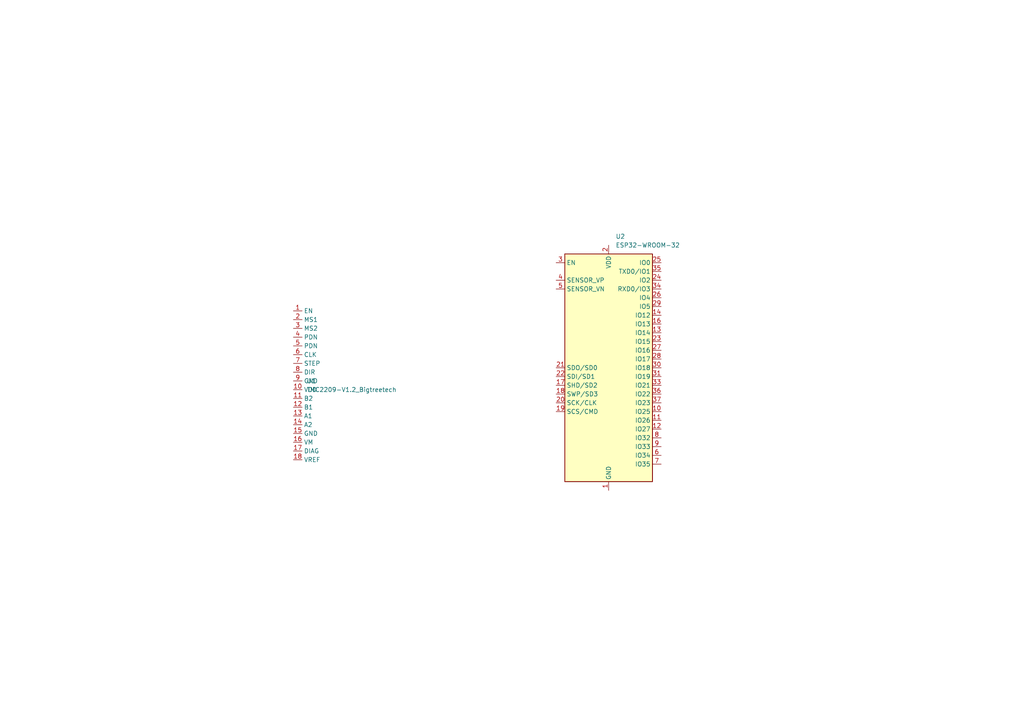
<source format=kicad_sch>
(kicad_sch (version 20211123) (generator eeschema)
  (paper "A4")
  (lib_symbols
    (symbol "RF_Module:ESP32-WROOM-32"
      (property "Reference" "U" (at -12.7 34.29 0))
      (property "Value" "ESP32-WROOM-32" (at 1.27 34.29 0))
      (symbol "ESP32-WROOM-32_0_1"
        (rectangle (start -12.7 33.02) (end 12.7 -33.02) (stroke (width 0.254)) (fill (type background)))
      )
      (symbol "ESP32-WROOM-32_1_1"
        (pin power_in line (at 0 -35.56 90) (length 2.54) (name "GND") (number "1"))
        (pin bidirectional line (at 15.24 -12.7 180) (length 2.54) (name "IO25") (number "10"))
        (pin bidirectional line (at 15.24 -15.24 180) (length 2.54) (name "IO26") (number "11"))
        (pin bidirectional line (at 15.24 -17.78 180) (length 2.54) (name "IO27") (number "12"))
        (pin bidirectional line (at 15.24 10.16 180) (length 2.54) (name "IO14") (number "13"))
        (pin bidirectional line (at 15.24 15.24 180) (length 2.54) (name "IO12") (number "14"))
        (pin passive line (at 0 -35.56 90) (length 2.54) hide (name "GND") (number "15"))
        (pin bidirectional line (at 15.24 12.7 180) (length 2.54) (name "IO13") (number "16"))
        (pin bidirectional line (at -15.24 -5.08 0) (length 2.54) (name "SHD/SD2") (number "17"))
        (pin bidirectional line (at -15.24 -7.62 0) (length 2.54) (name "SWP/SD3") (number "18"))
        (pin bidirectional line (at -15.24 -12.7 0) (length 2.54) (name "SCS/CMD") (number "19"))
        (pin power_in line (at 0 35.56 270) (length 2.54) (name "VDD") (number "2"))
        (pin bidirectional line (at -15.24 -10.16 0) (length 2.54) (name "SCK/CLK") (number "20"))
        (pin bidirectional line (at -15.24 0 0) (length 2.54) (name "SDO/SD0") (number "21"))
        (pin bidirectional line (at -15.24 -2.54 0) (length 2.54) (name "SDI/SD1") (number "22"))
        (pin bidirectional line (at 15.24 7.62 180) (length 2.54) (name "IO15") (number "23"))
        (pin bidirectional line (at 15.24 25.4 180) (length 2.54) (name "IO2") (number "24"))
        (pin bidirectional line (at 15.24 30.48 180) (length 2.54) (name "IO0") (number "25"))
        (pin bidirectional line (at 15.24 20.32 180) (length 2.54) (name "IO4") (number "26"))
        (pin bidirectional line (at 15.24 5.08 180) (length 2.54) (name "IO16") (number "27"))
        (pin bidirectional line (at 15.24 2.54 180) (length 2.54) (name "IO17") (number "28"))
        (pin bidirectional line (at 15.24 17.78 180) (length 2.54) (name "IO5") (number "29"))
        (pin input line (at -15.24 30.48 0) (length 2.54) (name "EN") (number "3"))
        (pin bidirectional line (at 15.24 0 180) (length 2.54) (name "IO18") (number "30"))
        (pin bidirectional line (at 15.24 -2.54 180) (length 2.54) (name "IO19") (number "31"))
        (pin no_connect line (at -12.7 -27.94 0) (length 2.54) hide (name "NC") (number "32"))
        (pin bidirectional line (at 15.24 -5.08 180) (length 2.54) (name "IO21") (number "33"))
        (pin bidirectional line (at 15.24 22.86 180) (length 2.54) (name "RXD0/IO3") (number "34"))
        (pin bidirectional line (at 15.24 27.94 180) (length 2.54) (name "TXD0/IO1") (number "35"))
        (pin bidirectional line (at 15.24 -7.62 180) (length 2.54) (name "IO22") (number "36"))
        (pin bidirectional line (at 15.24 -10.16 180) (length 2.54) (name "IO23") (number "37"))
        (pin passive line (at 0 -35.56 90) (length 2.54) hide (name "GND") (number "38"))
        (pin passive line (at 0 -35.56 90) (length 2.54) hide (name "GND") (number "39"))
        (pin input line (at -15.24 25.4 0) (length 2.54) (name "SENSOR_VP") (number "4"))
        (pin input line (at -15.24 22.86 0) (length 2.54) (name "SENSOR_VN") (number "5"))
        (pin input line (at 15.24 -25.4 180) (length 2.54) (name "IO34") (number "6"))
        (pin input line (at 15.24 -27.94 180) (length 2.54) (name "IO35") (number "7"))
        (pin bidirectional line (at 15.24 -20.32 180) (length 2.54) (name "IO32") (number "8"))
        (pin bidirectional line (at 15.24 -22.86 180) (length 2.54) (name "IO33") (number "9"))
      )
    )
    (symbol "Symbols:TMC2209-V1.2_Bigtreetech"
      (property "Reference" "U" (at 0 10.16 0))
      (property "Value" "TMC2209-V1.2_Bigtreetech" (at 1.27 12.7 0))
      (symbol "TMC2209-V1.2_Bigtreetech_0_0"
        (pin input line (at -36.83 2.54 0) (length 2.54) (name "EN") (number "1"))
        (pin power_in line (at -36.83 -20.32 0) (length 2.54) (name "VDD") (number "10"))
        (pin power_out line (at -36.83 -22.86 0) (length 2.54) (name "B2") (number "11"))
        (pin power_out line (at -36.83 -25.4 0) (length 2.54) (name "B1") (number "12"))
        (pin power_out line (at -36.83 -27.94 0) (length 2.54) (name "A1") (number "13"))
        (pin power_out line (at -36.83 -30.48 0) (length 2.54) (name "A2") (number "14"))
        (pin power_in line (at -36.83 -33.02 0) (length 2.54) (name "GND") (number "15"))
        (pin power_in line (at -36.83 -35.56 0) (length 2.54) (name "VM") (number "16"))
        (pin output line (at -36.83 -38.1 0) (length 2.54) (name "DIAG") (number "17"))
        (pin output line (at -36.83 -40.64 0) (length 2.54) (name "VREF") (number "18"))
        (pin input line (at -36.83 0 0) (length 2.54) (name "MS1") (number "2"))
        (pin input line (at -36.83 -2.54 0) (length 2.54) (name "MS2") (number "3"))
        (pin input line (at -36.83 -5.08 0) (length 2.54) (name "PDN") (number "4"))
        (pin input line (at -36.83 -7.62 0) (length 2.54) (name "PDN") (number "5"))
        (pin input line (at -36.83 -10.16 0) (length 2.54) (name "CLK") (number "6"))
        (pin input line (at -36.83 -12.7 0) (length 2.54) (name "STEP") (number "7"))
        (pin input line (at -36.83 -15.24 0) (length 2.54) (name "DIR") (number "8"))
        (pin power_in line (at -36.83 -17.78 0) (length 2.54) (name "GND") (number "9"))
      )
    )
  )
  (symbol (lib_id "Symbols:TMC2209-V1.2_Bigtreetech") (at 121.92 92.71 0) (unit 1)
    (property "Reference" "U1" (at 88.9 110.4899 0) (effects (justify left)))
    (property "Value" "TMC2209-V1.2_Bigtreetech" (at 88.9 113.0299 0) (effects (justify left)))
    (property "Footprint" "Footprints:TMC2209-V1.2 Bigtreetech" (effects hide))
    (property "Datasheet" "https://github.com/bigtreetech/BIGTREETECH-TMC2209-V1.2/raw/master/Schematic/TMC2209-V1.2.pdf" (effects hide))
  )
  (symbol (lib_id "RF_Module:ESP32-WROOM-32") (at 176.53 106.68 0) (unit 1)
    (property "Reference" "U2" (at 178.5494 68.58 0) (effects (justify left)))
    (property "Value" "ESP32-WROOM-32" (at 178.5494 71.12 0) (effects (justify left)))
    (property "Footprint" "RF_Module:ESP32-WROOM-32" (effects hide))
    (property "Datasheet" "https://www.espressif.com/sites/default/files/documentation/esp32-wroom-32_datasheet_en.pdf" (effects hide))
  )
)
</source>
